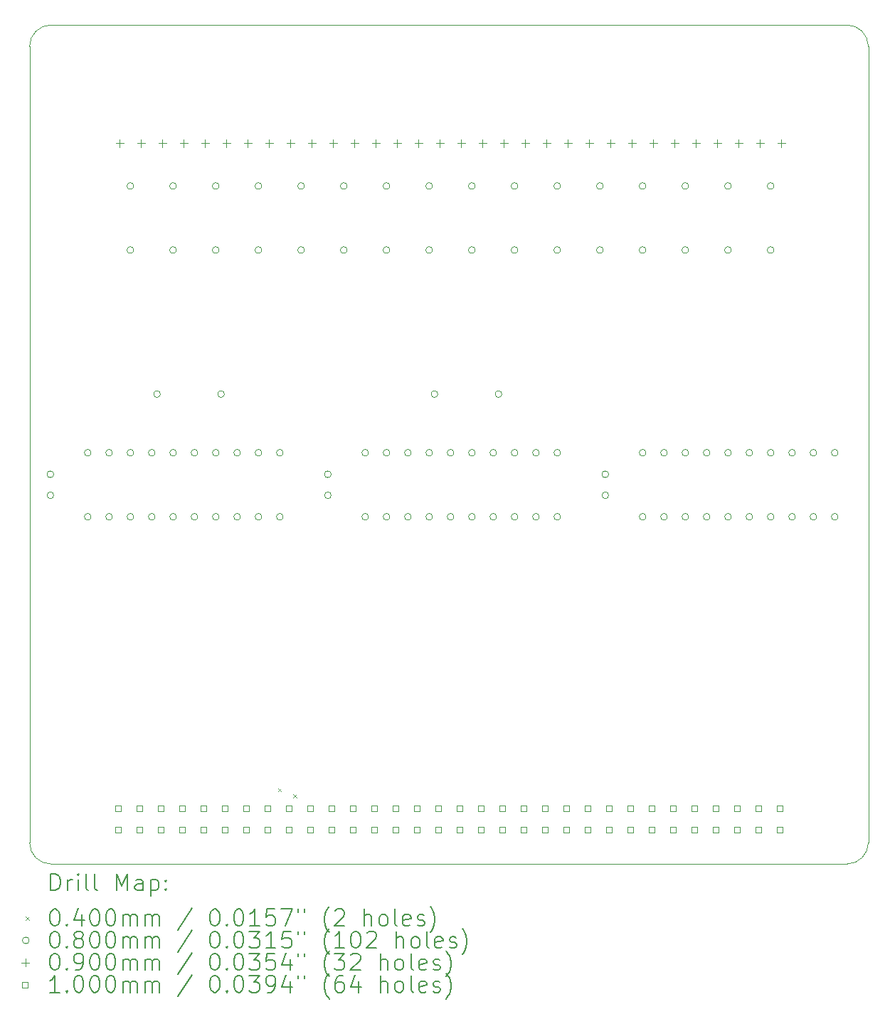
<source format=gbr>
%TF.GenerationSoftware,KiCad,Pcbnew,(6.0.9)*%
%TF.CreationDate,2022-11-21T20:51:05-08:00*%
%TF.ProjectId,StatusBoard,53746174-7573-4426-9f61-72642e6b6963,rev?*%
%TF.SameCoordinates,Original*%
%TF.FileFunction,Drillmap*%
%TF.FilePolarity,Positive*%
%FSLAX45Y45*%
G04 Gerber Fmt 4.5, Leading zero omitted, Abs format (unit mm)*
G04 Created by KiCad (PCBNEW (6.0.9)) date 2022-11-21 20:51:05*
%MOMM*%
%LPD*%
G01*
G04 APERTURE LIST*
%ADD10C,0.100000*%
%ADD11C,0.200000*%
%ADD12C,0.040000*%
%ADD13C,0.080000*%
%ADD14C,0.090000*%
G04 APERTURE END LIST*
D10*
X19450200Y-14608200D02*
G75*
G03*
X19704200Y-14354200I0J254000D01*
G01*
X9976000Y-14608200D02*
X19450200Y-14608200D01*
X19704200Y-4880000D02*
G75*
G03*
X19450200Y-4626000I-254000J0D01*
G01*
X19450200Y-4626000D02*
X9976000Y-4626000D01*
X9722000Y-14354200D02*
G75*
G03*
X9976000Y-14608200I254000J0D01*
G01*
X19704200Y-14354200D02*
X19704200Y-4880000D01*
X9976000Y-4626000D02*
G75*
G03*
X9722000Y-4880000I0J-254000D01*
G01*
X9722000Y-4880000D02*
X9722000Y-14354200D01*
D11*
D12*
X12678800Y-13707300D02*
X12718800Y-13747300D01*
X12718800Y-13707300D02*
X12678800Y-13747300D01*
X12857570Y-13779840D02*
X12897570Y-13819840D01*
X12897570Y-13779840D02*
X12857570Y-13819840D01*
D13*
X10009500Y-9971500D02*
G75*
G03*
X10009500Y-9971500I-40000J0D01*
G01*
X10009500Y-10221500D02*
G75*
G03*
X10009500Y-10221500I-40000J0D01*
G01*
X10454500Y-9714500D02*
G75*
G03*
X10454500Y-9714500I-40000J0D01*
G01*
X10454500Y-10476500D02*
G75*
G03*
X10454500Y-10476500I-40000J0D01*
G01*
X10708500Y-9714500D02*
G75*
G03*
X10708500Y-9714500I-40000J0D01*
G01*
X10708500Y-10476500D02*
G75*
G03*
X10708500Y-10476500I-40000J0D01*
G01*
X10961500Y-6540500D02*
G75*
G03*
X10961500Y-6540500I-40000J0D01*
G01*
X10961500Y-7302500D02*
G75*
G03*
X10961500Y-7302500I-40000J0D01*
G01*
X10962500Y-9714500D02*
G75*
G03*
X10962500Y-9714500I-40000J0D01*
G01*
X10962500Y-10476500D02*
G75*
G03*
X10962500Y-10476500I-40000J0D01*
G01*
X11216500Y-9714500D02*
G75*
G03*
X11216500Y-9714500I-40000J0D01*
G01*
X11216500Y-10476500D02*
G75*
G03*
X11216500Y-10476500I-40000J0D01*
G01*
X11279500Y-9017000D02*
G75*
G03*
X11279500Y-9017000I-40000J0D01*
G01*
X11469500Y-6540500D02*
G75*
G03*
X11469500Y-6540500I-40000J0D01*
G01*
X11469500Y-7302500D02*
G75*
G03*
X11469500Y-7302500I-40000J0D01*
G01*
X11470500Y-9714500D02*
G75*
G03*
X11470500Y-9714500I-40000J0D01*
G01*
X11470500Y-10476500D02*
G75*
G03*
X11470500Y-10476500I-40000J0D01*
G01*
X11724500Y-9714500D02*
G75*
G03*
X11724500Y-9714500I-40000J0D01*
G01*
X11724500Y-10476500D02*
G75*
G03*
X11724500Y-10476500I-40000J0D01*
G01*
X11977500Y-6540500D02*
G75*
G03*
X11977500Y-6540500I-40000J0D01*
G01*
X11977500Y-7302500D02*
G75*
G03*
X11977500Y-7302500I-40000J0D01*
G01*
X11978500Y-9714500D02*
G75*
G03*
X11978500Y-9714500I-40000J0D01*
G01*
X11978500Y-10476500D02*
G75*
G03*
X11978500Y-10476500I-40000J0D01*
G01*
X12041500Y-9017000D02*
G75*
G03*
X12041500Y-9017000I-40000J0D01*
G01*
X12232500Y-9714500D02*
G75*
G03*
X12232500Y-9714500I-40000J0D01*
G01*
X12232500Y-10476500D02*
G75*
G03*
X12232500Y-10476500I-40000J0D01*
G01*
X12485500Y-6540500D02*
G75*
G03*
X12485500Y-6540500I-40000J0D01*
G01*
X12485500Y-7302500D02*
G75*
G03*
X12485500Y-7302500I-40000J0D01*
G01*
X12486500Y-9714500D02*
G75*
G03*
X12486500Y-9714500I-40000J0D01*
G01*
X12486500Y-10476500D02*
G75*
G03*
X12486500Y-10476500I-40000J0D01*
G01*
X12740500Y-9714500D02*
G75*
G03*
X12740500Y-9714500I-40000J0D01*
G01*
X12740500Y-10476500D02*
G75*
G03*
X12740500Y-10476500I-40000J0D01*
G01*
X12993500Y-6540500D02*
G75*
G03*
X12993500Y-6540500I-40000J0D01*
G01*
X12993500Y-7302500D02*
G75*
G03*
X12993500Y-7302500I-40000J0D01*
G01*
X13311500Y-9971500D02*
G75*
G03*
X13311500Y-9971500I-40000J0D01*
G01*
X13311500Y-10221500D02*
G75*
G03*
X13311500Y-10221500I-40000J0D01*
G01*
X13501500Y-6540500D02*
G75*
G03*
X13501500Y-6540500I-40000J0D01*
G01*
X13501500Y-7302500D02*
G75*
G03*
X13501500Y-7302500I-40000J0D01*
G01*
X13756500Y-9714500D02*
G75*
G03*
X13756500Y-9714500I-40000J0D01*
G01*
X13756500Y-10476500D02*
G75*
G03*
X13756500Y-10476500I-40000J0D01*
G01*
X14009500Y-6540500D02*
G75*
G03*
X14009500Y-6540500I-40000J0D01*
G01*
X14009500Y-7302500D02*
G75*
G03*
X14009500Y-7302500I-40000J0D01*
G01*
X14010500Y-9714500D02*
G75*
G03*
X14010500Y-9714500I-40000J0D01*
G01*
X14010500Y-10476500D02*
G75*
G03*
X14010500Y-10476500I-40000J0D01*
G01*
X14264500Y-9714500D02*
G75*
G03*
X14264500Y-9714500I-40000J0D01*
G01*
X14264500Y-10476500D02*
G75*
G03*
X14264500Y-10476500I-40000J0D01*
G01*
X14517500Y-6540500D02*
G75*
G03*
X14517500Y-6540500I-40000J0D01*
G01*
X14517500Y-7302500D02*
G75*
G03*
X14517500Y-7302500I-40000J0D01*
G01*
X14518500Y-9714500D02*
G75*
G03*
X14518500Y-9714500I-40000J0D01*
G01*
X14518500Y-10476500D02*
G75*
G03*
X14518500Y-10476500I-40000J0D01*
G01*
X14581500Y-9017000D02*
G75*
G03*
X14581500Y-9017000I-40000J0D01*
G01*
X14772500Y-9714500D02*
G75*
G03*
X14772500Y-9714500I-40000J0D01*
G01*
X14772500Y-10476500D02*
G75*
G03*
X14772500Y-10476500I-40000J0D01*
G01*
X15025500Y-6540500D02*
G75*
G03*
X15025500Y-6540500I-40000J0D01*
G01*
X15025500Y-7302500D02*
G75*
G03*
X15025500Y-7302500I-40000J0D01*
G01*
X15026500Y-9714500D02*
G75*
G03*
X15026500Y-9714500I-40000J0D01*
G01*
X15026500Y-10476500D02*
G75*
G03*
X15026500Y-10476500I-40000J0D01*
G01*
X15280500Y-9714500D02*
G75*
G03*
X15280500Y-9714500I-40000J0D01*
G01*
X15280500Y-10476500D02*
G75*
G03*
X15280500Y-10476500I-40000J0D01*
G01*
X15343500Y-9017000D02*
G75*
G03*
X15343500Y-9017000I-40000J0D01*
G01*
X15533500Y-6540500D02*
G75*
G03*
X15533500Y-6540500I-40000J0D01*
G01*
X15533500Y-7302500D02*
G75*
G03*
X15533500Y-7302500I-40000J0D01*
G01*
X15534500Y-9714500D02*
G75*
G03*
X15534500Y-9714500I-40000J0D01*
G01*
X15534500Y-10476500D02*
G75*
G03*
X15534500Y-10476500I-40000J0D01*
G01*
X15788500Y-9714500D02*
G75*
G03*
X15788500Y-9714500I-40000J0D01*
G01*
X15788500Y-10476500D02*
G75*
G03*
X15788500Y-10476500I-40000J0D01*
G01*
X16041500Y-6540500D02*
G75*
G03*
X16041500Y-6540500I-40000J0D01*
G01*
X16041500Y-7302500D02*
G75*
G03*
X16041500Y-7302500I-40000J0D01*
G01*
X16042500Y-9714500D02*
G75*
G03*
X16042500Y-9714500I-40000J0D01*
G01*
X16042500Y-10476500D02*
G75*
G03*
X16042500Y-10476500I-40000J0D01*
G01*
X16549500Y-6540500D02*
G75*
G03*
X16549500Y-6540500I-40000J0D01*
G01*
X16549500Y-7302500D02*
G75*
G03*
X16549500Y-7302500I-40000J0D01*
G01*
X16613500Y-9971500D02*
G75*
G03*
X16613500Y-9971500I-40000J0D01*
G01*
X16613500Y-10221500D02*
G75*
G03*
X16613500Y-10221500I-40000J0D01*
G01*
X17057500Y-6540500D02*
G75*
G03*
X17057500Y-6540500I-40000J0D01*
G01*
X17057500Y-7302500D02*
G75*
G03*
X17057500Y-7302500I-40000J0D01*
G01*
X17058500Y-9714500D02*
G75*
G03*
X17058500Y-9714500I-40000J0D01*
G01*
X17058500Y-10476500D02*
G75*
G03*
X17058500Y-10476500I-40000J0D01*
G01*
X17312500Y-9714500D02*
G75*
G03*
X17312500Y-9714500I-40000J0D01*
G01*
X17312500Y-10476500D02*
G75*
G03*
X17312500Y-10476500I-40000J0D01*
G01*
X17565500Y-6540500D02*
G75*
G03*
X17565500Y-6540500I-40000J0D01*
G01*
X17565500Y-7302500D02*
G75*
G03*
X17565500Y-7302500I-40000J0D01*
G01*
X17566500Y-9714500D02*
G75*
G03*
X17566500Y-9714500I-40000J0D01*
G01*
X17566500Y-10476500D02*
G75*
G03*
X17566500Y-10476500I-40000J0D01*
G01*
X17820500Y-9714500D02*
G75*
G03*
X17820500Y-9714500I-40000J0D01*
G01*
X17820500Y-10476500D02*
G75*
G03*
X17820500Y-10476500I-40000J0D01*
G01*
X18073500Y-6540500D02*
G75*
G03*
X18073500Y-6540500I-40000J0D01*
G01*
X18073500Y-7302500D02*
G75*
G03*
X18073500Y-7302500I-40000J0D01*
G01*
X18074500Y-9714500D02*
G75*
G03*
X18074500Y-9714500I-40000J0D01*
G01*
X18074500Y-10476500D02*
G75*
G03*
X18074500Y-10476500I-40000J0D01*
G01*
X18328500Y-9714500D02*
G75*
G03*
X18328500Y-9714500I-40000J0D01*
G01*
X18328500Y-10476500D02*
G75*
G03*
X18328500Y-10476500I-40000J0D01*
G01*
X18581500Y-6540500D02*
G75*
G03*
X18581500Y-6540500I-40000J0D01*
G01*
X18581500Y-7302500D02*
G75*
G03*
X18581500Y-7302500I-40000J0D01*
G01*
X18582500Y-9714500D02*
G75*
G03*
X18582500Y-9714500I-40000J0D01*
G01*
X18582500Y-10476500D02*
G75*
G03*
X18582500Y-10476500I-40000J0D01*
G01*
X18836500Y-9714500D02*
G75*
G03*
X18836500Y-9714500I-40000J0D01*
G01*
X18836500Y-10476500D02*
G75*
G03*
X18836500Y-10476500I-40000J0D01*
G01*
X19090500Y-9714500D02*
G75*
G03*
X19090500Y-9714500I-40000J0D01*
G01*
X19090500Y-10476500D02*
G75*
G03*
X19090500Y-10476500I-40000J0D01*
G01*
X19344500Y-9714500D02*
G75*
G03*
X19344500Y-9714500I-40000J0D01*
G01*
X19344500Y-10476500D02*
G75*
G03*
X19344500Y-10476500I-40000J0D01*
G01*
D14*
X10794500Y-5987500D02*
X10794500Y-6077500D01*
X10749500Y-6032500D02*
X10839500Y-6032500D01*
X11048500Y-5987500D02*
X11048500Y-6077500D01*
X11003500Y-6032500D02*
X11093500Y-6032500D01*
X11302500Y-5987500D02*
X11302500Y-6077500D01*
X11257500Y-6032500D02*
X11347500Y-6032500D01*
X11556500Y-5987500D02*
X11556500Y-6077500D01*
X11511500Y-6032500D02*
X11601500Y-6032500D01*
X11810500Y-5987500D02*
X11810500Y-6077500D01*
X11765500Y-6032500D02*
X11855500Y-6032500D01*
X12064500Y-5987500D02*
X12064500Y-6077500D01*
X12019500Y-6032500D02*
X12109500Y-6032500D01*
X12318500Y-5987500D02*
X12318500Y-6077500D01*
X12273500Y-6032500D02*
X12363500Y-6032500D01*
X12572500Y-5987500D02*
X12572500Y-6077500D01*
X12527500Y-6032500D02*
X12617500Y-6032500D01*
X12826500Y-5987500D02*
X12826500Y-6077500D01*
X12781500Y-6032500D02*
X12871500Y-6032500D01*
X13080500Y-5987500D02*
X13080500Y-6077500D01*
X13035500Y-6032500D02*
X13125500Y-6032500D01*
X13334500Y-5987500D02*
X13334500Y-6077500D01*
X13289500Y-6032500D02*
X13379500Y-6032500D01*
X13588500Y-5987500D02*
X13588500Y-6077500D01*
X13543500Y-6032500D02*
X13633500Y-6032500D01*
X13842500Y-5987500D02*
X13842500Y-6077500D01*
X13797500Y-6032500D02*
X13887500Y-6032500D01*
X14096500Y-5987500D02*
X14096500Y-6077500D01*
X14051500Y-6032500D02*
X14141500Y-6032500D01*
X14350500Y-5987500D02*
X14350500Y-6077500D01*
X14305500Y-6032500D02*
X14395500Y-6032500D01*
X14604500Y-5987500D02*
X14604500Y-6077500D01*
X14559500Y-6032500D02*
X14649500Y-6032500D01*
X14858500Y-5987500D02*
X14858500Y-6077500D01*
X14813500Y-6032500D02*
X14903500Y-6032500D01*
X15112500Y-5987500D02*
X15112500Y-6077500D01*
X15067500Y-6032500D02*
X15157500Y-6032500D01*
X15366500Y-5987500D02*
X15366500Y-6077500D01*
X15321500Y-6032500D02*
X15411500Y-6032500D01*
X15620500Y-5987500D02*
X15620500Y-6077500D01*
X15575500Y-6032500D02*
X15665500Y-6032500D01*
X15874500Y-5987500D02*
X15874500Y-6077500D01*
X15829500Y-6032500D02*
X15919500Y-6032500D01*
X16128500Y-5987500D02*
X16128500Y-6077500D01*
X16083500Y-6032500D02*
X16173500Y-6032500D01*
X16382500Y-5987500D02*
X16382500Y-6077500D01*
X16337500Y-6032500D02*
X16427500Y-6032500D01*
X16636500Y-5987500D02*
X16636500Y-6077500D01*
X16591500Y-6032500D02*
X16681500Y-6032500D01*
X16890500Y-5987500D02*
X16890500Y-6077500D01*
X16845500Y-6032500D02*
X16935500Y-6032500D01*
X17144500Y-5987500D02*
X17144500Y-6077500D01*
X17099500Y-6032500D02*
X17189500Y-6032500D01*
X17398500Y-5987500D02*
X17398500Y-6077500D01*
X17353500Y-6032500D02*
X17443500Y-6032500D01*
X17652500Y-5987500D02*
X17652500Y-6077500D01*
X17607500Y-6032500D02*
X17697500Y-6032500D01*
X17906500Y-5987500D02*
X17906500Y-6077500D01*
X17861500Y-6032500D02*
X17951500Y-6032500D01*
X18160500Y-5987500D02*
X18160500Y-6077500D01*
X18115500Y-6032500D02*
X18205500Y-6032500D01*
X18414500Y-5987500D02*
X18414500Y-6077500D01*
X18369500Y-6032500D02*
X18459500Y-6032500D01*
X18668500Y-5987500D02*
X18668500Y-6077500D01*
X18623500Y-6032500D02*
X18713500Y-6032500D01*
D10*
X10811956Y-13979556D02*
X10811956Y-13908844D01*
X10741244Y-13908844D01*
X10741244Y-13979556D01*
X10811956Y-13979556D01*
X10811956Y-14233556D02*
X10811956Y-14162844D01*
X10741244Y-14162844D01*
X10741244Y-14233556D01*
X10811956Y-14233556D01*
X11065956Y-13979556D02*
X11065956Y-13908844D01*
X10995244Y-13908844D01*
X10995244Y-13979556D01*
X11065956Y-13979556D01*
X11065956Y-14233556D02*
X11065956Y-14162844D01*
X10995244Y-14162844D01*
X10995244Y-14233556D01*
X11065956Y-14233556D01*
X11319956Y-13979556D02*
X11319956Y-13908844D01*
X11249244Y-13908844D01*
X11249244Y-13979556D01*
X11319956Y-13979556D01*
X11319956Y-14233556D02*
X11319956Y-14162844D01*
X11249244Y-14162844D01*
X11249244Y-14233556D01*
X11319956Y-14233556D01*
X11573956Y-13979556D02*
X11573956Y-13908844D01*
X11503244Y-13908844D01*
X11503244Y-13979556D01*
X11573956Y-13979556D01*
X11573956Y-14233556D02*
X11573956Y-14162844D01*
X11503244Y-14162844D01*
X11503244Y-14233556D01*
X11573956Y-14233556D01*
X11827956Y-13979556D02*
X11827956Y-13908844D01*
X11757244Y-13908844D01*
X11757244Y-13979556D01*
X11827956Y-13979556D01*
X11827956Y-14233556D02*
X11827956Y-14162844D01*
X11757244Y-14162844D01*
X11757244Y-14233556D01*
X11827956Y-14233556D01*
X12081956Y-13979556D02*
X12081956Y-13908844D01*
X12011244Y-13908844D01*
X12011244Y-13979556D01*
X12081956Y-13979556D01*
X12081956Y-14233556D02*
X12081956Y-14162844D01*
X12011244Y-14162844D01*
X12011244Y-14233556D01*
X12081956Y-14233556D01*
X12335956Y-13979556D02*
X12335956Y-13908844D01*
X12265244Y-13908844D01*
X12265244Y-13979556D01*
X12335956Y-13979556D01*
X12335956Y-14233556D02*
X12335956Y-14162844D01*
X12265244Y-14162844D01*
X12265244Y-14233556D01*
X12335956Y-14233556D01*
X12589956Y-13979556D02*
X12589956Y-13908844D01*
X12519244Y-13908844D01*
X12519244Y-13979556D01*
X12589956Y-13979556D01*
X12589956Y-14233556D02*
X12589956Y-14162844D01*
X12519244Y-14162844D01*
X12519244Y-14233556D01*
X12589956Y-14233556D01*
X12843956Y-13979556D02*
X12843956Y-13908844D01*
X12773244Y-13908844D01*
X12773244Y-13979556D01*
X12843956Y-13979556D01*
X12843956Y-14233556D02*
X12843956Y-14162844D01*
X12773244Y-14162844D01*
X12773244Y-14233556D01*
X12843956Y-14233556D01*
X13097956Y-13979556D02*
X13097956Y-13908844D01*
X13027244Y-13908844D01*
X13027244Y-13979556D01*
X13097956Y-13979556D01*
X13097956Y-14233556D02*
X13097956Y-14162844D01*
X13027244Y-14162844D01*
X13027244Y-14233556D01*
X13097956Y-14233556D01*
X13351956Y-13979556D02*
X13351956Y-13908844D01*
X13281244Y-13908844D01*
X13281244Y-13979556D01*
X13351956Y-13979556D01*
X13351956Y-14233556D02*
X13351956Y-14162844D01*
X13281244Y-14162844D01*
X13281244Y-14233556D01*
X13351956Y-14233556D01*
X13605956Y-13979556D02*
X13605956Y-13908844D01*
X13535244Y-13908844D01*
X13535244Y-13979556D01*
X13605956Y-13979556D01*
X13605956Y-14233556D02*
X13605956Y-14162844D01*
X13535244Y-14162844D01*
X13535244Y-14233556D01*
X13605956Y-14233556D01*
X13859956Y-13979556D02*
X13859956Y-13908844D01*
X13789244Y-13908844D01*
X13789244Y-13979556D01*
X13859956Y-13979556D01*
X13859956Y-14233556D02*
X13859956Y-14162844D01*
X13789244Y-14162844D01*
X13789244Y-14233556D01*
X13859956Y-14233556D01*
X14113956Y-13979556D02*
X14113956Y-13908844D01*
X14043244Y-13908844D01*
X14043244Y-13979556D01*
X14113956Y-13979556D01*
X14113956Y-14233556D02*
X14113956Y-14162844D01*
X14043244Y-14162844D01*
X14043244Y-14233556D01*
X14113956Y-14233556D01*
X14367956Y-13979556D02*
X14367956Y-13908844D01*
X14297244Y-13908844D01*
X14297244Y-13979556D01*
X14367956Y-13979556D01*
X14367956Y-14233556D02*
X14367956Y-14162844D01*
X14297244Y-14162844D01*
X14297244Y-14233556D01*
X14367956Y-14233556D01*
X14621956Y-13979556D02*
X14621956Y-13908844D01*
X14551244Y-13908844D01*
X14551244Y-13979556D01*
X14621956Y-13979556D01*
X14621956Y-14233556D02*
X14621956Y-14162844D01*
X14551244Y-14162844D01*
X14551244Y-14233556D01*
X14621956Y-14233556D01*
X14875956Y-13979556D02*
X14875956Y-13908844D01*
X14805244Y-13908844D01*
X14805244Y-13979556D01*
X14875956Y-13979556D01*
X14875956Y-14233556D02*
X14875956Y-14162844D01*
X14805244Y-14162844D01*
X14805244Y-14233556D01*
X14875956Y-14233556D01*
X15129956Y-13979556D02*
X15129956Y-13908844D01*
X15059244Y-13908844D01*
X15059244Y-13979556D01*
X15129956Y-13979556D01*
X15129956Y-14233556D02*
X15129956Y-14162844D01*
X15059244Y-14162844D01*
X15059244Y-14233556D01*
X15129956Y-14233556D01*
X15383956Y-13979556D02*
X15383956Y-13908844D01*
X15313244Y-13908844D01*
X15313244Y-13979556D01*
X15383956Y-13979556D01*
X15383956Y-14233556D02*
X15383956Y-14162844D01*
X15313244Y-14162844D01*
X15313244Y-14233556D01*
X15383956Y-14233556D01*
X15637956Y-13979556D02*
X15637956Y-13908844D01*
X15567244Y-13908844D01*
X15567244Y-13979556D01*
X15637956Y-13979556D01*
X15637956Y-14233556D02*
X15637956Y-14162844D01*
X15567244Y-14162844D01*
X15567244Y-14233556D01*
X15637956Y-14233556D01*
X15891956Y-13979556D02*
X15891956Y-13908844D01*
X15821244Y-13908844D01*
X15821244Y-13979556D01*
X15891956Y-13979556D01*
X15891956Y-14233556D02*
X15891956Y-14162844D01*
X15821244Y-14162844D01*
X15821244Y-14233556D01*
X15891956Y-14233556D01*
X16145956Y-13979556D02*
X16145956Y-13908844D01*
X16075244Y-13908844D01*
X16075244Y-13979556D01*
X16145956Y-13979556D01*
X16145956Y-14233556D02*
X16145956Y-14162844D01*
X16075244Y-14162844D01*
X16075244Y-14233556D01*
X16145956Y-14233556D01*
X16399956Y-13979556D02*
X16399956Y-13908844D01*
X16329244Y-13908844D01*
X16329244Y-13979556D01*
X16399956Y-13979556D01*
X16399956Y-14233556D02*
X16399956Y-14162844D01*
X16329244Y-14162844D01*
X16329244Y-14233556D01*
X16399956Y-14233556D01*
X16653956Y-13979556D02*
X16653956Y-13908844D01*
X16583244Y-13908844D01*
X16583244Y-13979556D01*
X16653956Y-13979556D01*
X16653956Y-14233556D02*
X16653956Y-14162844D01*
X16583244Y-14162844D01*
X16583244Y-14233556D01*
X16653956Y-14233556D01*
X16907956Y-13979556D02*
X16907956Y-13908844D01*
X16837244Y-13908844D01*
X16837244Y-13979556D01*
X16907956Y-13979556D01*
X16907956Y-14233556D02*
X16907956Y-14162844D01*
X16837244Y-14162844D01*
X16837244Y-14233556D01*
X16907956Y-14233556D01*
X17161956Y-13979556D02*
X17161956Y-13908844D01*
X17091244Y-13908844D01*
X17091244Y-13979556D01*
X17161956Y-13979556D01*
X17161956Y-14233556D02*
X17161956Y-14162844D01*
X17091244Y-14162844D01*
X17091244Y-14233556D01*
X17161956Y-14233556D01*
X17415956Y-13979556D02*
X17415956Y-13908844D01*
X17345244Y-13908844D01*
X17345244Y-13979556D01*
X17415956Y-13979556D01*
X17415956Y-14233556D02*
X17415956Y-14162844D01*
X17345244Y-14162844D01*
X17345244Y-14233556D01*
X17415956Y-14233556D01*
X17669956Y-13979556D02*
X17669956Y-13908844D01*
X17599244Y-13908844D01*
X17599244Y-13979556D01*
X17669956Y-13979556D01*
X17669956Y-14233556D02*
X17669956Y-14162844D01*
X17599244Y-14162844D01*
X17599244Y-14233556D01*
X17669956Y-14233556D01*
X17923956Y-13979556D02*
X17923956Y-13908844D01*
X17853244Y-13908844D01*
X17853244Y-13979556D01*
X17923956Y-13979556D01*
X17923956Y-14233556D02*
X17923956Y-14162844D01*
X17853244Y-14162844D01*
X17853244Y-14233556D01*
X17923956Y-14233556D01*
X18177956Y-13979556D02*
X18177956Y-13908844D01*
X18107244Y-13908844D01*
X18107244Y-13979556D01*
X18177956Y-13979556D01*
X18177956Y-14233556D02*
X18177956Y-14162844D01*
X18107244Y-14162844D01*
X18107244Y-14233556D01*
X18177956Y-14233556D01*
X18431956Y-13979556D02*
X18431956Y-13908844D01*
X18361244Y-13908844D01*
X18361244Y-13979556D01*
X18431956Y-13979556D01*
X18431956Y-14233556D02*
X18431956Y-14162844D01*
X18361244Y-14162844D01*
X18361244Y-14233556D01*
X18431956Y-14233556D01*
X18685956Y-13979556D02*
X18685956Y-13908844D01*
X18615244Y-13908844D01*
X18615244Y-13979556D01*
X18685956Y-13979556D01*
X18685956Y-14233556D02*
X18685956Y-14162844D01*
X18615244Y-14162844D01*
X18615244Y-14233556D01*
X18685956Y-14233556D01*
D11*
X9974619Y-14923676D02*
X9974619Y-14723676D01*
X10022238Y-14723676D01*
X10050810Y-14733200D01*
X10069857Y-14752248D01*
X10079381Y-14771295D01*
X10088905Y-14809390D01*
X10088905Y-14837962D01*
X10079381Y-14876057D01*
X10069857Y-14895105D01*
X10050810Y-14914152D01*
X10022238Y-14923676D01*
X9974619Y-14923676D01*
X10174619Y-14923676D02*
X10174619Y-14790343D01*
X10174619Y-14828438D02*
X10184143Y-14809390D01*
X10193667Y-14799867D01*
X10212714Y-14790343D01*
X10231762Y-14790343D01*
X10298429Y-14923676D02*
X10298429Y-14790343D01*
X10298429Y-14723676D02*
X10288905Y-14733200D01*
X10298429Y-14742724D01*
X10307952Y-14733200D01*
X10298429Y-14723676D01*
X10298429Y-14742724D01*
X10422238Y-14923676D02*
X10403190Y-14914152D01*
X10393667Y-14895105D01*
X10393667Y-14723676D01*
X10527000Y-14923676D02*
X10507952Y-14914152D01*
X10498429Y-14895105D01*
X10498429Y-14723676D01*
X10755571Y-14923676D02*
X10755571Y-14723676D01*
X10822238Y-14866533D01*
X10888905Y-14723676D01*
X10888905Y-14923676D01*
X11069857Y-14923676D02*
X11069857Y-14818914D01*
X11060333Y-14799867D01*
X11041286Y-14790343D01*
X11003190Y-14790343D01*
X10984143Y-14799867D01*
X11069857Y-14914152D02*
X11050810Y-14923676D01*
X11003190Y-14923676D01*
X10984143Y-14914152D01*
X10974619Y-14895105D01*
X10974619Y-14876057D01*
X10984143Y-14857009D01*
X11003190Y-14847486D01*
X11050810Y-14847486D01*
X11069857Y-14837962D01*
X11165095Y-14790343D02*
X11165095Y-14990343D01*
X11165095Y-14799867D02*
X11184143Y-14790343D01*
X11222238Y-14790343D01*
X11241286Y-14799867D01*
X11250809Y-14809390D01*
X11260333Y-14828438D01*
X11260333Y-14885581D01*
X11250809Y-14904628D01*
X11241286Y-14914152D01*
X11222238Y-14923676D01*
X11184143Y-14923676D01*
X11165095Y-14914152D01*
X11346048Y-14904628D02*
X11355571Y-14914152D01*
X11346048Y-14923676D01*
X11336524Y-14914152D01*
X11346048Y-14904628D01*
X11346048Y-14923676D01*
X11346048Y-14799867D02*
X11355571Y-14809390D01*
X11346048Y-14818914D01*
X11336524Y-14809390D01*
X11346048Y-14799867D01*
X11346048Y-14818914D01*
D12*
X9677000Y-15233200D02*
X9717000Y-15273200D01*
X9717000Y-15233200D02*
X9677000Y-15273200D01*
D11*
X10012714Y-15143676D02*
X10031762Y-15143676D01*
X10050810Y-15153200D01*
X10060333Y-15162724D01*
X10069857Y-15181771D01*
X10079381Y-15219867D01*
X10079381Y-15267486D01*
X10069857Y-15305581D01*
X10060333Y-15324628D01*
X10050810Y-15334152D01*
X10031762Y-15343676D01*
X10012714Y-15343676D01*
X9993667Y-15334152D01*
X9984143Y-15324628D01*
X9974619Y-15305581D01*
X9965095Y-15267486D01*
X9965095Y-15219867D01*
X9974619Y-15181771D01*
X9984143Y-15162724D01*
X9993667Y-15153200D01*
X10012714Y-15143676D01*
X10165095Y-15324628D02*
X10174619Y-15334152D01*
X10165095Y-15343676D01*
X10155571Y-15334152D01*
X10165095Y-15324628D01*
X10165095Y-15343676D01*
X10346048Y-15210343D02*
X10346048Y-15343676D01*
X10298429Y-15134152D02*
X10250810Y-15277009D01*
X10374619Y-15277009D01*
X10488905Y-15143676D02*
X10507952Y-15143676D01*
X10527000Y-15153200D01*
X10536524Y-15162724D01*
X10546048Y-15181771D01*
X10555571Y-15219867D01*
X10555571Y-15267486D01*
X10546048Y-15305581D01*
X10536524Y-15324628D01*
X10527000Y-15334152D01*
X10507952Y-15343676D01*
X10488905Y-15343676D01*
X10469857Y-15334152D01*
X10460333Y-15324628D01*
X10450810Y-15305581D01*
X10441286Y-15267486D01*
X10441286Y-15219867D01*
X10450810Y-15181771D01*
X10460333Y-15162724D01*
X10469857Y-15153200D01*
X10488905Y-15143676D01*
X10679381Y-15143676D02*
X10698429Y-15143676D01*
X10717476Y-15153200D01*
X10727000Y-15162724D01*
X10736524Y-15181771D01*
X10746048Y-15219867D01*
X10746048Y-15267486D01*
X10736524Y-15305581D01*
X10727000Y-15324628D01*
X10717476Y-15334152D01*
X10698429Y-15343676D01*
X10679381Y-15343676D01*
X10660333Y-15334152D01*
X10650810Y-15324628D01*
X10641286Y-15305581D01*
X10631762Y-15267486D01*
X10631762Y-15219867D01*
X10641286Y-15181771D01*
X10650810Y-15162724D01*
X10660333Y-15153200D01*
X10679381Y-15143676D01*
X10831762Y-15343676D02*
X10831762Y-15210343D01*
X10831762Y-15229390D02*
X10841286Y-15219867D01*
X10860333Y-15210343D01*
X10888905Y-15210343D01*
X10907952Y-15219867D01*
X10917476Y-15238914D01*
X10917476Y-15343676D01*
X10917476Y-15238914D02*
X10927000Y-15219867D01*
X10946048Y-15210343D01*
X10974619Y-15210343D01*
X10993667Y-15219867D01*
X11003190Y-15238914D01*
X11003190Y-15343676D01*
X11098429Y-15343676D02*
X11098429Y-15210343D01*
X11098429Y-15229390D02*
X11107952Y-15219867D01*
X11127000Y-15210343D01*
X11155571Y-15210343D01*
X11174619Y-15219867D01*
X11184143Y-15238914D01*
X11184143Y-15343676D01*
X11184143Y-15238914D02*
X11193667Y-15219867D01*
X11212714Y-15210343D01*
X11241286Y-15210343D01*
X11260333Y-15219867D01*
X11269857Y-15238914D01*
X11269857Y-15343676D01*
X11660333Y-15134152D02*
X11488905Y-15391295D01*
X11917476Y-15143676D02*
X11936524Y-15143676D01*
X11955571Y-15153200D01*
X11965095Y-15162724D01*
X11974619Y-15181771D01*
X11984143Y-15219867D01*
X11984143Y-15267486D01*
X11974619Y-15305581D01*
X11965095Y-15324628D01*
X11955571Y-15334152D01*
X11936524Y-15343676D01*
X11917476Y-15343676D01*
X11898428Y-15334152D01*
X11888905Y-15324628D01*
X11879381Y-15305581D01*
X11869857Y-15267486D01*
X11869857Y-15219867D01*
X11879381Y-15181771D01*
X11888905Y-15162724D01*
X11898428Y-15153200D01*
X11917476Y-15143676D01*
X12069857Y-15324628D02*
X12079381Y-15334152D01*
X12069857Y-15343676D01*
X12060333Y-15334152D01*
X12069857Y-15324628D01*
X12069857Y-15343676D01*
X12203190Y-15143676D02*
X12222238Y-15143676D01*
X12241286Y-15153200D01*
X12250809Y-15162724D01*
X12260333Y-15181771D01*
X12269857Y-15219867D01*
X12269857Y-15267486D01*
X12260333Y-15305581D01*
X12250809Y-15324628D01*
X12241286Y-15334152D01*
X12222238Y-15343676D01*
X12203190Y-15343676D01*
X12184143Y-15334152D01*
X12174619Y-15324628D01*
X12165095Y-15305581D01*
X12155571Y-15267486D01*
X12155571Y-15219867D01*
X12165095Y-15181771D01*
X12174619Y-15162724D01*
X12184143Y-15153200D01*
X12203190Y-15143676D01*
X12460333Y-15343676D02*
X12346048Y-15343676D01*
X12403190Y-15343676D02*
X12403190Y-15143676D01*
X12384143Y-15172248D01*
X12365095Y-15191295D01*
X12346048Y-15200819D01*
X12641286Y-15143676D02*
X12546048Y-15143676D01*
X12536524Y-15238914D01*
X12546048Y-15229390D01*
X12565095Y-15219867D01*
X12612714Y-15219867D01*
X12631762Y-15229390D01*
X12641286Y-15238914D01*
X12650809Y-15257962D01*
X12650809Y-15305581D01*
X12641286Y-15324628D01*
X12631762Y-15334152D01*
X12612714Y-15343676D01*
X12565095Y-15343676D01*
X12546048Y-15334152D01*
X12536524Y-15324628D01*
X12717476Y-15143676D02*
X12850809Y-15143676D01*
X12765095Y-15343676D01*
X12917476Y-15143676D02*
X12917476Y-15181771D01*
X12993667Y-15143676D02*
X12993667Y-15181771D01*
X13288905Y-15419867D02*
X13279381Y-15410343D01*
X13260333Y-15381771D01*
X13250809Y-15362724D01*
X13241286Y-15334152D01*
X13231762Y-15286533D01*
X13231762Y-15248438D01*
X13241286Y-15200819D01*
X13250809Y-15172248D01*
X13260333Y-15153200D01*
X13279381Y-15124628D01*
X13288905Y-15115105D01*
X13355571Y-15162724D02*
X13365095Y-15153200D01*
X13384143Y-15143676D01*
X13431762Y-15143676D01*
X13450809Y-15153200D01*
X13460333Y-15162724D01*
X13469857Y-15181771D01*
X13469857Y-15200819D01*
X13460333Y-15229390D01*
X13346048Y-15343676D01*
X13469857Y-15343676D01*
X13707952Y-15343676D02*
X13707952Y-15143676D01*
X13793667Y-15343676D02*
X13793667Y-15238914D01*
X13784143Y-15219867D01*
X13765095Y-15210343D01*
X13736524Y-15210343D01*
X13717476Y-15219867D01*
X13707952Y-15229390D01*
X13917476Y-15343676D02*
X13898428Y-15334152D01*
X13888905Y-15324628D01*
X13879381Y-15305581D01*
X13879381Y-15248438D01*
X13888905Y-15229390D01*
X13898428Y-15219867D01*
X13917476Y-15210343D01*
X13946048Y-15210343D01*
X13965095Y-15219867D01*
X13974619Y-15229390D01*
X13984143Y-15248438D01*
X13984143Y-15305581D01*
X13974619Y-15324628D01*
X13965095Y-15334152D01*
X13946048Y-15343676D01*
X13917476Y-15343676D01*
X14098428Y-15343676D02*
X14079381Y-15334152D01*
X14069857Y-15315105D01*
X14069857Y-15143676D01*
X14250809Y-15334152D02*
X14231762Y-15343676D01*
X14193667Y-15343676D01*
X14174619Y-15334152D01*
X14165095Y-15315105D01*
X14165095Y-15238914D01*
X14174619Y-15219867D01*
X14193667Y-15210343D01*
X14231762Y-15210343D01*
X14250809Y-15219867D01*
X14260333Y-15238914D01*
X14260333Y-15257962D01*
X14165095Y-15277009D01*
X14336524Y-15334152D02*
X14355571Y-15343676D01*
X14393667Y-15343676D01*
X14412714Y-15334152D01*
X14422238Y-15315105D01*
X14422238Y-15305581D01*
X14412714Y-15286533D01*
X14393667Y-15277009D01*
X14365095Y-15277009D01*
X14346048Y-15267486D01*
X14336524Y-15248438D01*
X14336524Y-15238914D01*
X14346048Y-15219867D01*
X14365095Y-15210343D01*
X14393667Y-15210343D01*
X14412714Y-15219867D01*
X14488905Y-15419867D02*
X14498428Y-15410343D01*
X14517476Y-15381771D01*
X14527000Y-15362724D01*
X14536524Y-15334152D01*
X14546048Y-15286533D01*
X14546048Y-15248438D01*
X14536524Y-15200819D01*
X14527000Y-15172248D01*
X14517476Y-15153200D01*
X14498428Y-15124628D01*
X14488905Y-15115105D01*
D13*
X9717000Y-15517200D02*
G75*
G03*
X9717000Y-15517200I-40000J0D01*
G01*
D11*
X10012714Y-15407676D02*
X10031762Y-15407676D01*
X10050810Y-15417200D01*
X10060333Y-15426724D01*
X10069857Y-15445771D01*
X10079381Y-15483867D01*
X10079381Y-15531486D01*
X10069857Y-15569581D01*
X10060333Y-15588628D01*
X10050810Y-15598152D01*
X10031762Y-15607676D01*
X10012714Y-15607676D01*
X9993667Y-15598152D01*
X9984143Y-15588628D01*
X9974619Y-15569581D01*
X9965095Y-15531486D01*
X9965095Y-15483867D01*
X9974619Y-15445771D01*
X9984143Y-15426724D01*
X9993667Y-15417200D01*
X10012714Y-15407676D01*
X10165095Y-15588628D02*
X10174619Y-15598152D01*
X10165095Y-15607676D01*
X10155571Y-15598152D01*
X10165095Y-15588628D01*
X10165095Y-15607676D01*
X10288905Y-15493390D02*
X10269857Y-15483867D01*
X10260333Y-15474343D01*
X10250810Y-15455295D01*
X10250810Y-15445771D01*
X10260333Y-15426724D01*
X10269857Y-15417200D01*
X10288905Y-15407676D01*
X10327000Y-15407676D01*
X10346048Y-15417200D01*
X10355571Y-15426724D01*
X10365095Y-15445771D01*
X10365095Y-15455295D01*
X10355571Y-15474343D01*
X10346048Y-15483867D01*
X10327000Y-15493390D01*
X10288905Y-15493390D01*
X10269857Y-15502914D01*
X10260333Y-15512438D01*
X10250810Y-15531486D01*
X10250810Y-15569581D01*
X10260333Y-15588628D01*
X10269857Y-15598152D01*
X10288905Y-15607676D01*
X10327000Y-15607676D01*
X10346048Y-15598152D01*
X10355571Y-15588628D01*
X10365095Y-15569581D01*
X10365095Y-15531486D01*
X10355571Y-15512438D01*
X10346048Y-15502914D01*
X10327000Y-15493390D01*
X10488905Y-15407676D02*
X10507952Y-15407676D01*
X10527000Y-15417200D01*
X10536524Y-15426724D01*
X10546048Y-15445771D01*
X10555571Y-15483867D01*
X10555571Y-15531486D01*
X10546048Y-15569581D01*
X10536524Y-15588628D01*
X10527000Y-15598152D01*
X10507952Y-15607676D01*
X10488905Y-15607676D01*
X10469857Y-15598152D01*
X10460333Y-15588628D01*
X10450810Y-15569581D01*
X10441286Y-15531486D01*
X10441286Y-15483867D01*
X10450810Y-15445771D01*
X10460333Y-15426724D01*
X10469857Y-15417200D01*
X10488905Y-15407676D01*
X10679381Y-15407676D02*
X10698429Y-15407676D01*
X10717476Y-15417200D01*
X10727000Y-15426724D01*
X10736524Y-15445771D01*
X10746048Y-15483867D01*
X10746048Y-15531486D01*
X10736524Y-15569581D01*
X10727000Y-15588628D01*
X10717476Y-15598152D01*
X10698429Y-15607676D01*
X10679381Y-15607676D01*
X10660333Y-15598152D01*
X10650810Y-15588628D01*
X10641286Y-15569581D01*
X10631762Y-15531486D01*
X10631762Y-15483867D01*
X10641286Y-15445771D01*
X10650810Y-15426724D01*
X10660333Y-15417200D01*
X10679381Y-15407676D01*
X10831762Y-15607676D02*
X10831762Y-15474343D01*
X10831762Y-15493390D02*
X10841286Y-15483867D01*
X10860333Y-15474343D01*
X10888905Y-15474343D01*
X10907952Y-15483867D01*
X10917476Y-15502914D01*
X10917476Y-15607676D01*
X10917476Y-15502914D02*
X10927000Y-15483867D01*
X10946048Y-15474343D01*
X10974619Y-15474343D01*
X10993667Y-15483867D01*
X11003190Y-15502914D01*
X11003190Y-15607676D01*
X11098429Y-15607676D02*
X11098429Y-15474343D01*
X11098429Y-15493390D02*
X11107952Y-15483867D01*
X11127000Y-15474343D01*
X11155571Y-15474343D01*
X11174619Y-15483867D01*
X11184143Y-15502914D01*
X11184143Y-15607676D01*
X11184143Y-15502914D02*
X11193667Y-15483867D01*
X11212714Y-15474343D01*
X11241286Y-15474343D01*
X11260333Y-15483867D01*
X11269857Y-15502914D01*
X11269857Y-15607676D01*
X11660333Y-15398152D02*
X11488905Y-15655295D01*
X11917476Y-15407676D02*
X11936524Y-15407676D01*
X11955571Y-15417200D01*
X11965095Y-15426724D01*
X11974619Y-15445771D01*
X11984143Y-15483867D01*
X11984143Y-15531486D01*
X11974619Y-15569581D01*
X11965095Y-15588628D01*
X11955571Y-15598152D01*
X11936524Y-15607676D01*
X11917476Y-15607676D01*
X11898428Y-15598152D01*
X11888905Y-15588628D01*
X11879381Y-15569581D01*
X11869857Y-15531486D01*
X11869857Y-15483867D01*
X11879381Y-15445771D01*
X11888905Y-15426724D01*
X11898428Y-15417200D01*
X11917476Y-15407676D01*
X12069857Y-15588628D02*
X12079381Y-15598152D01*
X12069857Y-15607676D01*
X12060333Y-15598152D01*
X12069857Y-15588628D01*
X12069857Y-15607676D01*
X12203190Y-15407676D02*
X12222238Y-15407676D01*
X12241286Y-15417200D01*
X12250809Y-15426724D01*
X12260333Y-15445771D01*
X12269857Y-15483867D01*
X12269857Y-15531486D01*
X12260333Y-15569581D01*
X12250809Y-15588628D01*
X12241286Y-15598152D01*
X12222238Y-15607676D01*
X12203190Y-15607676D01*
X12184143Y-15598152D01*
X12174619Y-15588628D01*
X12165095Y-15569581D01*
X12155571Y-15531486D01*
X12155571Y-15483867D01*
X12165095Y-15445771D01*
X12174619Y-15426724D01*
X12184143Y-15417200D01*
X12203190Y-15407676D01*
X12336524Y-15407676D02*
X12460333Y-15407676D01*
X12393667Y-15483867D01*
X12422238Y-15483867D01*
X12441286Y-15493390D01*
X12450809Y-15502914D01*
X12460333Y-15521962D01*
X12460333Y-15569581D01*
X12450809Y-15588628D01*
X12441286Y-15598152D01*
X12422238Y-15607676D01*
X12365095Y-15607676D01*
X12346048Y-15598152D01*
X12336524Y-15588628D01*
X12650809Y-15607676D02*
X12536524Y-15607676D01*
X12593667Y-15607676D02*
X12593667Y-15407676D01*
X12574619Y-15436248D01*
X12555571Y-15455295D01*
X12536524Y-15464819D01*
X12831762Y-15407676D02*
X12736524Y-15407676D01*
X12727000Y-15502914D01*
X12736524Y-15493390D01*
X12755571Y-15483867D01*
X12803190Y-15483867D01*
X12822238Y-15493390D01*
X12831762Y-15502914D01*
X12841286Y-15521962D01*
X12841286Y-15569581D01*
X12831762Y-15588628D01*
X12822238Y-15598152D01*
X12803190Y-15607676D01*
X12755571Y-15607676D01*
X12736524Y-15598152D01*
X12727000Y-15588628D01*
X12917476Y-15407676D02*
X12917476Y-15445771D01*
X12993667Y-15407676D02*
X12993667Y-15445771D01*
X13288905Y-15683867D02*
X13279381Y-15674343D01*
X13260333Y-15645771D01*
X13250809Y-15626724D01*
X13241286Y-15598152D01*
X13231762Y-15550533D01*
X13231762Y-15512438D01*
X13241286Y-15464819D01*
X13250809Y-15436248D01*
X13260333Y-15417200D01*
X13279381Y-15388628D01*
X13288905Y-15379105D01*
X13469857Y-15607676D02*
X13355571Y-15607676D01*
X13412714Y-15607676D02*
X13412714Y-15407676D01*
X13393667Y-15436248D01*
X13374619Y-15455295D01*
X13355571Y-15464819D01*
X13593667Y-15407676D02*
X13612714Y-15407676D01*
X13631762Y-15417200D01*
X13641286Y-15426724D01*
X13650809Y-15445771D01*
X13660333Y-15483867D01*
X13660333Y-15531486D01*
X13650809Y-15569581D01*
X13641286Y-15588628D01*
X13631762Y-15598152D01*
X13612714Y-15607676D01*
X13593667Y-15607676D01*
X13574619Y-15598152D01*
X13565095Y-15588628D01*
X13555571Y-15569581D01*
X13546048Y-15531486D01*
X13546048Y-15483867D01*
X13555571Y-15445771D01*
X13565095Y-15426724D01*
X13574619Y-15417200D01*
X13593667Y-15407676D01*
X13736524Y-15426724D02*
X13746048Y-15417200D01*
X13765095Y-15407676D01*
X13812714Y-15407676D01*
X13831762Y-15417200D01*
X13841286Y-15426724D01*
X13850809Y-15445771D01*
X13850809Y-15464819D01*
X13841286Y-15493390D01*
X13727000Y-15607676D01*
X13850809Y-15607676D01*
X14088905Y-15607676D02*
X14088905Y-15407676D01*
X14174619Y-15607676D02*
X14174619Y-15502914D01*
X14165095Y-15483867D01*
X14146048Y-15474343D01*
X14117476Y-15474343D01*
X14098428Y-15483867D01*
X14088905Y-15493390D01*
X14298428Y-15607676D02*
X14279381Y-15598152D01*
X14269857Y-15588628D01*
X14260333Y-15569581D01*
X14260333Y-15512438D01*
X14269857Y-15493390D01*
X14279381Y-15483867D01*
X14298428Y-15474343D01*
X14327000Y-15474343D01*
X14346048Y-15483867D01*
X14355571Y-15493390D01*
X14365095Y-15512438D01*
X14365095Y-15569581D01*
X14355571Y-15588628D01*
X14346048Y-15598152D01*
X14327000Y-15607676D01*
X14298428Y-15607676D01*
X14479381Y-15607676D02*
X14460333Y-15598152D01*
X14450809Y-15579105D01*
X14450809Y-15407676D01*
X14631762Y-15598152D02*
X14612714Y-15607676D01*
X14574619Y-15607676D01*
X14555571Y-15598152D01*
X14546048Y-15579105D01*
X14546048Y-15502914D01*
X14555571Y-15483867D01*
X14574619Y-15474343D01*
X14612714Y-15474343D01*
X14631762Y-15483867D01*
X14641286Y-15502914D01*
X14641286Y-15521962D01*
X14546048Y-15541009D01*
X14717476Y-15598152D02*
X14736524Y-15607676D01*
X14774619Y-15607676D01*
X14793667Y-15598152D01*
X14803190Y-15579105D01*
X14803190Y-15569581D01*
X14793667Y-15550533D01*
X14774619Y-15541009D01*
X14746048Y-15541009D01*
X14727000Y-15531486D01*
X14717476Y-15512438D01*
X14717476Y-15502914D01*
X14727000Y-15483867D01*
X14746048Y-15474343D01*
X14774619Y-15474343D01*
X14793667Y-15483867D01*
X14869857Y-15683867D02*
X14879381Y-15674343D01*
X14898428Y-15645771D01*
X14907952Y-15626724D01*
X14917476Y-15598152D01*
X14927000Y-15550533D01*
X14927000Y-15512438D01*
X14917476Y-15464819D01*
X14907952Y-15436248D01*
X14898428Y-15417200D01*
X14879381Y-15388628D01*
X14869857Y-15379105D01*
D14*
X9672000Y-15736200D02*
X9672000Y-15826200D01*
X9627000Y-15781200D02*
X9717000Y-15781200D01*
D11*
X10012714Y-15671676D02*
X10031762Y-15671676D01*
X10050810Y-15681200D01*
X10060333Y-15690724D01*
X10069857Y-15709771D01*
X10079381Y-15747867D01*
X10079381Y-15795486D01*
X10069857Y-15833581D01*
X10060333Y-15852628D01*
X10050810Y-15862152D01*
X10031762Y-15871676D01*
X10012714Y-15871676D01*
X9993667Y-15862152D01*
X9984143Y-15852628D01*
X9974619Y-15833581D01*
X9965095Y-15795486D01*
X9965095Y-15747867D01*
X9974619Y-15709771D01*
X9984143Y-15690724D01*
X9993667Y-15681200D01*
X10012714Y-15671676D01*
X10165095Y-15852628D02*
X10174619Y-15862152D01*
X10165095Y-15871676D01*
X10155571Y-15862152D01*
X10165095Y-15852628D01*
X10165095Y-15871676D01*
X10269857Y-15871676D02*
X10307952Y-15871676D01*
X10327000Y-15862152D01*
X10336524Y-15852628D01*
X10355571Y-15824057D01*
X10365095Y-15785962D01*
X10365095Y-15709771D01*
X10355571Y-15690724D01*
X10346048Y-15681200D01*
X10327000Y-15671676D01*
X10288905Y-15671676D01*
X10269857Y-15681200D01*
X10260333Y-15690724D01*
X10250810Y-15709771D01*
X10250810Y-15757390D01*
X10260333Y-15776438D01*
X10269857Y-15785962D01*
X10288905Y-15795486D01*
X10327000Y-15795486D01*
X10346048Y-15785962D01*
X10355571Y-15776438D01*
X10365095Y-15757390D01*
X10488905Y-15671676D02*
X10507952Y-15671676D01*
X10527000Y-15681200D01*
X10536524Y-15690724D01*
X10546048Y-15709771D01*
X10555571Y-15747867D01*
X10555571Y-15795486D01*
X10546048Y-15833581D01*
X10536524Y-15852628D01*
X10527000Y-15862152D01*
X10507952Y-15871676D01*
X10488905Y-15871676D01*
X10469857Y-15862152D01*
X10460333Y-15852628D01*
X10450810Y-15833581D01*
X10441286Y-15795486D01*
X10441286Y-15747867D01*
X10450810Y-15709771D01*
X10460333Y-15690724D01*
X10469857Y-15681200D01*
X10488905Y-15671676D01*
X10679381Y-15671676D02*
X10698429Y-15671676D01*
X10717476Y-15681200D01*
X10727000Y-15690724D01*
X10736524Y-15709771D01*
X10746048Y-15747867D01*
X10746048Y-15795486D01*
X10736524Y-15833581D01*
X10727000Y-15852628D01*
X10717476Y-15862152D01*
X10698429Y-15871676D01*
X10679381Y-15871676D01*
X10660333Y-15862152D01*
X10650810Y-15852628D01*
X10641286Y-15833581D01*
X10631762Y-15795486D01*
X10631762Y-15747867D01*
X10641286Y-15709771D01*
X10650810Y-15690724D01*
X10660333Y-15681200D01*
X10679381Y-15671676D01*
X10831762Y-15871676D02*
X10831762Y-15738343D01*
X10831762Y-15757390D02*
X10841286Y-15747867D01*
X10860333Y-15738343D01*
X10888905Y-15738343D01*
X10907952Y-15747867D01*
X10917476Y-15766914D01*
X10917476Y-15871676D01*
X10917476Y-15766914D02*
X10927000Y-15747867D01*
X10946048Y-15738343D01*
X10974619Y-15738343D01*
X10993667Y-15747867D01*
X11003190Y-15766914D01*
X11003190Y-15871676D01*
X11098429Y-15871676D02*
X11098429Y-15738343D01*
X11098429Y-15757390D02*
X11107952Y-15747867D01*
X11127000Y-15738343D01*
X11155571Y-15738343D01*
X11174619Y-15747867D01*
X11184143Y-15766914D01*
X11184143Y-15871676D01*
X11184143Y-15766914D02*
X11193667Y-15747867D01*
X11212714Y-15738343D01*
X11241286Y-15738343D01*
X11260333Y-15747867D01*
X11269857Y-15766914D01*
X11269857Y-15871676D01*
X11660333Y-15662152D02*
X11488905Y-15919295D01*
X11917476Y-15671676D02*
X11936524Y-15671676D01*
X11955571Y-15681200D01*
X11965095Y-15690724D01*
X11974619Y-15709771D01*
X11984143Y-15747867D01*
X11984143Y-15795486D01*
X11974619Y-15833581D01*
X11965095Y-15852628D01*
X11955571Y-15862152D01*
X11936524Y-15871676D01*
X11917476Y-15871676D01*
X11898428Y-15862152D01*
X11888905Y-15852628D01*
X11879381Y-15833581D01*
X11869857Y-15795486D01*
X11869857Y-15747867D01*
X11879381Y-15709771D01*
X11888905Y-15690724D01*
X11898428Y-15681200D01*
X11917476Y-15671676D01*
X12069857Y-15852628D02*
X12079381Y-15862152D01*
X12069857Y-15871676D01*
X12060333Y-15862152D01*
X12069857Y-15852628D01*
X12069857Y-15871676D01*
X12203190Y-15671676D02*
X12222238Y-15671676D01*
X12241286Y-15681200D01*
X12250809Y-15690724D01*
X12260333Y-15709771D01*
X12269857Y-15747867D01*
X12269857Y-15795486D01*
X12260333Y-15833581D01*
X12250809Y-15852628D01*
X12241286Y-15862152D01*
X12222238Y-15871676D01*
X12203190Y-15871676D01*
X12184143Y-15862152D01*
X12174619Y-15852628D01*
X12165095Y-15833581D01*
X12155571Y-15795486D01*
X12155571Y-15747867D01*
X12165095Y-15709771D01*
X12174619Y-15690724D01*
X12184143Y-15681200D01*
X12203190Y-15671676D01*
X12336524Y-15671676D02*
X12460333Y-15671676D01*
X12393667Y-15747867D01*
X12422238Y-15747867D01*
X12441286Y-15757390D01*
X12450809Y-15766914D01*
X12460333Y-15785962D01*
X12460333Y-15833581D01*
X12450809Y-15852628D01*
X12441286Y-15862152D01*
X12422238Y-15871676D01*
X12365095Y-15871676D01*
X12346048Y-15862152D01*
X12336524Y-15852628D01*
X12641286Y-15671676D02*
X12546048Y-15671676D01*
X12536524Y-15766914D01*
X12546048Y-15757390D01*
X12565095Y-15747867D01*
X12612714Y-15747867D01*
X12631762Y-15757390D01*
X12641286Y-15766914D01*
X12650809Y-15785962D01*
X12650809Y-15833581D01*
X12641286Y-15852628D01*
X12631762Y-15862152D01*
X12612714Y-15871676D01*
X12565095Y-15871676D01*
X12546048Y-15862152D01*
X12536524Y-15852628D01*
X12822238Y-15738343D02*
X12822238Y-15871676D01*
X12774619Y-15662152D02*
X12727000Y-15805009D01*
X12850809Y-15805009D01*
X12917476Y-15671676D02*
X12917476Y-15709771D01*
X12993667Y-15671676D02*
X12993667Y-15709771D01*
X13288905Y-15947867D02*
X13279381Y-15938343D01*
X13260333Y-15909771D01*
X13250809Y-15890724D01*
X13241286Y-15862152D01*
X13231762Y-15814533D01*
X13231762Y-15776438D01*
X13241286Y-15728819D01*
X13250809Y-15700248D01*
X13260333Y-15681200D01*
X13279381Y-15652628D01*
X13288905Y-15643105D01*
X13346048Y-15671676D02*
X13469857Y-15671676D01*
X13403190Y-15747867D01*
X13431762Y-15747867D01*
X13450809Y-15757390D01*
X13460333Y-15766914D01*
X13469857Y-15785962D01*
X13469857Y-15833581D01*
X13460333Y-15852628D01*
X13450809Y-15862152D01*
X13431762Y-15871676D01*
X13374619Y-15871676D01*
X13355571Y-15862152D01*
X13346048Y-15852628D01*
X13546048Y-15690724D02*
X13555571Y-15681200D01*
X13574619Y-15671676D01*
X13622238Y-15671676D01*
X13641286Y-15681200D01*
X13650809Y-15690724D01*
X13660333Y-15709771D01*
X13660333Y-15728819D01*
X13650809Y-15757390D01*
X13536524Y-15871676D01*
X13660333Y-15871676D01*
X13898428Y-15871676D02*
X13898428Y-15671676D01*
X13984143Y-15871676D02*
X13984143Y-15766914D01*
X13974619Y-15747867D01*
X13955571Y-15738343D01*
X13927000Y-15738343D01*
X13907952Y-15747867D01*
X13898428Y-15757390D01*
X14107952Y-15871676D02*
X14088905Y-15862152D01*
X14079381Y-15852628D01*
X14069857Y-15833581D01*
X14069857Y-15776438D01*
X14079381Y-15757390D01*
X14088905Y-15747867D01*
X14107952Y-15738343D01*
X14136524Y-15738343D01*
X14155571Y-15747867D01*
X14165095Y-15757390D01*
X14174619Y-15776438D01*
X14174619Y-15833581D01*
X14165095Y-15852628D01*
X14155571Y-15862152D01*
X14136524Y-15871676D01*
X14107952Y-15871676D01*
X14288905Y-15871676D02*
X14269857Y-15862152D01*
X14260333Y-15843105D01*
X14260333Y-15671676D01*
X14441286Y-15862152D02*
X14422238Y-15871676D01*
X14384143Y-15871676D01*
X14365095Y-15862152D01*
X14355571Y-15843105D01*
X14355571Y-15766914D01*
X14365095Y-15747867D01*
X14384143Y-15738343D01*
X14422238Y-15738343D01*
X14441286Y-15747867D01*
X14450809Y-15766914D01*
X14450809Y-15785962D01*
X14355571Y-15805009D01*
X14527000Y-15862152D02*
X14546048Y-15871676D01*
X14584143Y-15871676D01*
X14603190Y-15862152D01*
X14612714Y-15843105D01*
X14612714Y-15833581D01*
X14603190Y-15814533D01*
X14584143Y-15805009D01*
X14555571Y-15805009D01*
X14536524Y-15795486D01*
X14527000Y-15776438D01*
X14527000Y-15766914D01*
X14536524Y-15747867D01*
X14555571Y-15738343D01*
X14584143Y-15738343D01*
X14603190Y-15747867D01*
X14679381Y-15947867D02*
X14688905Y-15938343D01*
X14707952Y-15909771D01*
X14717476Y-15890724D01*
X14727000Y-15862152D01*
X14736524Y-15814533D01*
X14736524Y-15776438D01*
X14727000Y-15728819D01*
X14717476Y-15700248D01*
X14707952Y-15681200D01*
X14688905Y-15652628D01*
X14679381Y-15643105D01*
D10*
X9702356Y-16080556D02*
X9702356Y-16009844D01*
X9631644Y-16009844D01*
X9631644Y-16080556D01*
X9702356Y-16080556D01*
D11*
X10079381Y-16135676D02*
X9965095Y-16135676D01*
X10022238Y-16135676D02*
X10022238Y-15935676D01*
X10003190Y-15964248D01*
X9984143Y-15983295D01*
X9965095Y-15992819D01*
X10165095Y-16116628D02*
X10174619Y-16126152D01*
X10165095Y-16135676D01*
X10155571Y-16126152D01*
X10165095Y-16116628D01*
X10165095Y-16135676D01*
X10298429Y-15935676D02*
X10317476Y-15935676D01*
X10336524Y-15945200D01*
X10346048Y-15954724D01*
X10355571Y-15973771D01*
X10365095Y-16011867D01*
X10365095Y-16059486D01*
X10355571Y-16097581D01*
X10346048Y-16116628D01*
X10336524Y-16126152D01*
X10317476Y-16135676D01*
X10298429Y-16135676D01*
X10279381Y-16126152D01*
X10269857Y-16116628D01*
X10260333Y-16097581D01*
X10250810Y-16059486D01*
X10250810Y-16011867D01*
X10260333Y-15973771D01*
X10269857Y-15954724D01*
X10279381Y-15945200D01*
X10298429Y-15935676D01*
X10488905Y-15935676D02*
X10507952Y-15935676D01*
X10527000Y-15945200D01*
X10536524Y-15954724D01*
X10546048Y-15973771D01*
X10555571Y-16011867D01*
X10555571Y-16059486D01*
X10546048Y-16097581D01*
X10536524Y-16116628D01*
X10527000Y-16126152D01*
X10507952Y-16135676D01*
X10488905Y-16135676D01*
X10469857Y-16126152D01*
X10460333Y-16116628D01*
X10450810Y-16097581D01*
X10441286Y-16059486D01*
X10441286Y-16011867D01*
X10450810Y-15973771D01*
X10460333Y-15954724D01*
X10469857Y-15945200D01*
X10488905Y-15935676D01*
X10679381Y-15935676D02*
X10698429Y-15935676D01*
X10717476Y-15945200D01*
X10727000Y-15954724D01*
X10736524Y-15973771D01*
X10746048Y-16011867D01*
X10746048Y-16059486D01*
X10736524Y-16097581D01*
X10727000Y-16116628D01*
X10717476Y-16126152D01*
X10698429Y-16135676D01*
X10679381Y-16135676D01*
X10660333Y-16126152D01*
X10650810Y-16116628D01*
X10641286Y-16097581D01*
X10631762Y-16059486D01*
X10631762Y-16011867D01*
X10641286Y-15973771D01*
X10650810Y-15954724D01*
X10660333Y-15945200D01*
X10679381Y-15935676D01*
X10831762Y-16135676D02*
X10831762Y-16002343D01*
X10831762Y-16021390D02*
X10841286Y-16011867D01*
X10860333Y-16002343D01*
X10888905Y-16002343D01*
X10907952Y-16011867D01*
X10917476Y-16030914D01*
X10917476Y-16135676D01*
X10917476Y-16030914D02*
X10927000Y-16011867D01*
X10946048Y-16002343D01*
X10974619Y-16002343D01*
X10993667Y-16011867D01*
X11003190Y-16030914D01*
X11003190Y-16135676D01*
X11098429Y-16135676D02*
X11098429Y-16002343D01*
X11098429Y-16021390D02*
X11107952Y-16011867D01*
X11127000Y-16002343D01*
X11155571Y-16002343D01*
X11174619Y-16011867D01*
X11184143Y-16030914D01*
X11184143Y-16135676D01*
X11184143Y-16030914D02*
X11193667Y-16011867D01*
X11212714Y-16002343D01*
X11241286Y-16002343D01*
X11260333Y-16011867D01*
X11269857Y-16030914D01*
X11269857Y-16135676D01*
X11660333Y-15926152D02*
X11488905Y-16183295D01*
X11917476Y-15935676D02*
X11936524Y-15935676D01*
X11955571Y-15945200D01*
X11965095Y-15954724D01*
X11974619Y-15973771D01*
X11984143Y-16011867D01*
X11984143Y-16059486D01*
X11974619Y-16097581D01*
X11965095Y-16116628D01*
X11955571Y-16126152D01*
X11936524Y-16135676D01*
X11917476Y-16135676D01*
X11898428Y-16126152D01*
X11888905Y-16116628D01*
X11879381Y-16097581D01*
X11869857Y-16059486D01*
X11869857Y-16011867D01*
X11879381Y-15973771D01*
X11888905Y-15954724D01*
X11898428Y-15945200D01*
X11917476Y-15935676D01*
X12069857Y-16116628D02*
X12079381Y-16126152D01*
X12069857Y-16135676D01*
X12060333Y-16126152D01*
X12069857Y-16116628D01*
X12069857Y-16135676D01*
X12203190Y-15935676D02*
X12222238Y-15935676D01*
X12241286Y-15945200D01*
X12250809Y-15954724D01*
X12260333Y-15973771D01*
X12269857Y-16011867D01*
X12269857Y-16059486D01*
X12260333Y-16097581D01*
X12250809Y-16116628D01*
X12241286Y-16126152D01*
X12222238Y-16135676D01*
X12203190Y-16135676D01*
X12184143Y-16126152D01*
X12174619Y-16116628D01*
X12165095Y-16097581D01*
X12155571Y-16059486D01*
X12155571Y-16011867D01*
X12165095Y-15973771D01*
X12174619Y-15954724D01*
X12184143Y-15945200D01*
X12203190Y-15935676D01*
X12336524Y-15935676D02*
X12460333Y-15935676D01*
X12393667Y-16011867D01*
X12422238Y-16011867D01*
X12441286Y-16021390D01*
X12450809Y-16030914D01*
X12460333Y-16049962D01*
X12460333Y-16097581D01*
X12450809Y-16116628D01*
X12441286Y-16126152D01*
X12422238Y-16135676D01*
X12365095Y-16135676D01*
X12346048Y-16126152D01*
X12336524Y-16116628D01*
X12555571Y-16135676D02*
X12593667Y-16135676D01*
X12612714Y-16126152D01*
X12622238Y-16116628D01*
X12641286Y-16088057D01*
X12650809Y-16049962D01*
X12650809Y-15973771D01*
X12641286Y-15954724D01*
X12631762Y-15945200D01*
X12612714Y-15935676D01*
X12574619Y-15935676D01*
X12555571Y-15945200D01*
X12546048Y-15954724D01*
X12536524Y-15973771D01*
X12536524Y-16021390D01*
X12546048Y-16040438D01*
X12555571Y-16049962D01*
X12574619Y-16059486D01*
X12612714Y-16059486D01*
X12631762Y-16049962D01*
X12641286Y-16040438D01*
X12650809Y-16021390D01*
X12822238Y-16002343D02*
X12822238Y-16135676D01*
X12774619Y-15926152D02*
X12727000Y-16069009D01*
X12850809Y-16069009D01*
X12917476Y-15935676D02*
X12917476Y-15973771D01*
X12993667Y-15935676D02*
X12993667Y-15973771D01*
X13288905Y-16211867D02*
X13279381Y-16202343D01*
X13260333Y-16173771D01*
X13250809Y-16154724D01*
X13241286Y-16126152D01*
X13231762Y-16078533D01*
X13231762Y-16040438D01*
X13241286Y-15992819D01*
X13250809Y-15964248D01*
X13260333Y-15945200D01*
X13279381Y-15916628D01*
X13288905Y-15907105D01*
X13450809Y-15935676D02*
X13412714Y-15935676D01*
X13393667Y-15945200D01*
X13384143Y-15954724D01*
X13365095Y-15983295D01*
X13355571Y-16021390D01*
X13355571Y-16097581D01*
X13365095Y-16116628D01*
X13374619Y-16126152D01*
X13393667Y-16135676D01*
X13431762Y-16135676D01*
X13450809Y-16126152D01*
X13460333Y-16116628D01*
X13469857Y-16097581D01*
X13469857Y-16049962D01*
X13460333Y-16030914D01*
X13450809Y-16021390D01*
X13431762Y-16011867D01*
X13393667Y-16011867D01*
X13374619Y-16021390D01*
X13365095Y-16030914D01*
X13355571Y-16049962D01*
X13641286Y-16002343D02*
X13641286Y-16135676D01*
X13593667Y-15926152D02*
X13546048Y-16069009D01*
X13669857Y-16069009D01*
X13898428Y-16135676D02*
X13898428Y-15935676D01*
X13984143Y-16135676D02*
X13984143Y-16030914D01*
X13974619Y-16011867D01*
X13955571Y-16002343D01*
X13927000Y-16002343D01*
X13907952Y-16011867D01*
X13898428Y-16021390D01*
X14107952Y-16135676D02*
X14088905Y-16126152D01*
X14079381Y-16116628D01*
X14069857Y-16097581D01*
X14069857Y-16040438D01*
X14079381Y-16021390D01*
X14088905Y-16011867D01*
X14107952Y-16002343D01*
X14136524Y-16002343D01*
X14155571Y-16011867D01*
X14165095Y-16021390D01*
X14174619Y-16040438D01*
X14174619Y-16097581D01*
X14165095Y-16116628D01*
X14155571Y-16126152D01*
X14136524Y-16135676D01*
X14107952Y-16135676D01*
X14288905Y-16135676D02*
X14269857Y-16126152D01*
X14260333Y-16107105D01*
X14260333Y-15935676D01*
X14441286Y-16126152D02*
X14422238Y-16135676D01*
X14384143Y-16135676D01*
X14365095Y-16126152D01*
X14355571Y-16107105D01*
X14355571Y-16030914D01*
X14365095Y-16011867D01*
X14384143Y-16002343D01*
X14422238Y-16002343D01*
X14441286Y-16011867D01*
X14450809Y-16030914D01*
X14450809Y-16049962D01*
X14355571Y-16069009D01*
X14527000Y-16126152D02*
X14546048Y-16135676D01*
X14584143Y-16135676D01*
X14603190Y-16126152D01*
X14612714Y-16107105D01*
X14612714Y-16097581D01*
X14603190Y-16078533D01*
X14584143Y-16069009D01*
X14555571Y-16069009D01*
X14536524Y-16059486D01*
X14527000Y-16040438D01*
X14527000Y-16030914D01*
X14536524Y-16011867D01*
X14555571Y-16002343D01*
X14584143Y-16002343D01*
X14603190Y-16011867D01*
X14679381Y-16211867D02*
X14688905Y-16202343D01*
X14707952Y-16173771D01*
X14717476Y-16154724D01*
X14727000Y-16126152D01*
X14736524Y-16078533D01*
X14736524Y-16040438D01*
X14727000Y-15992819D01*
X14717476Y-15964248D01*
X14707952Y-15945200D01*
X14688905Y-15916628D01*
X14679381Y-15907105D01*
M02*

</source>
